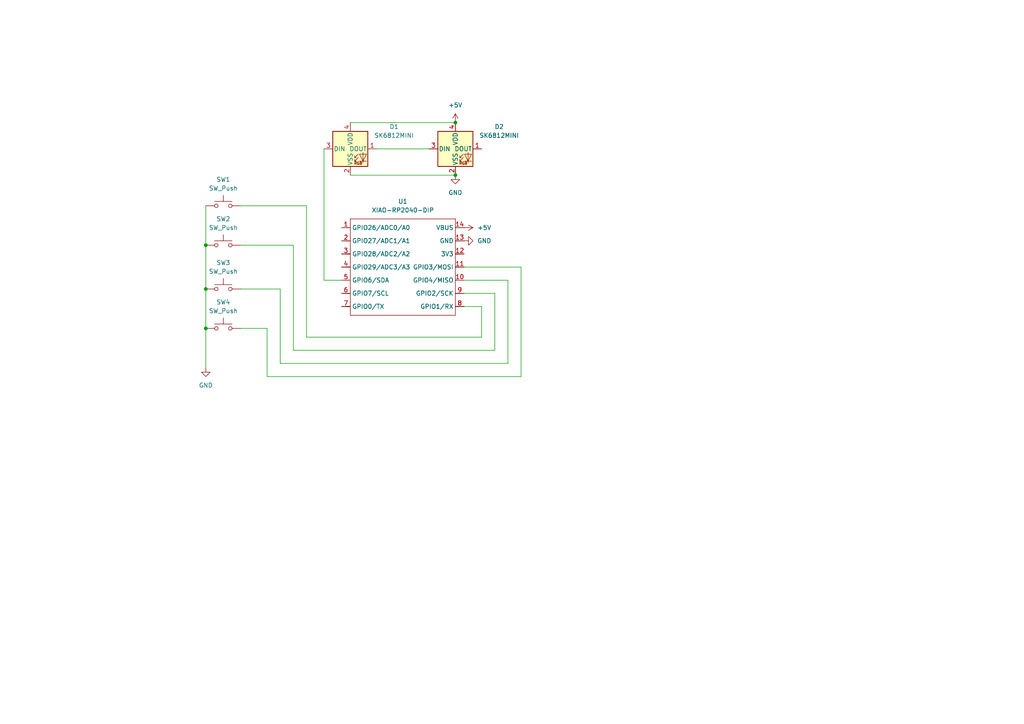
<source format=kicad_sch>
(kicad_sch (version 20250114) (generator "eeschema") (generator_version "9.0")
  (paper "A4")
  (lib_symbols
    (symbol "LED:SK6812MINI" (pin_names (offset 0.254))
      (property "Reference" "D" (at 5.08 5.715 0))
      (property "Value" "SK6812MINI" (at 1.27 -5.715 0))
      (symbol "SK6812MINI_0_0"
        (text "RGB" (at 2.286 -4.191 0) (effects (font (size 0.762 0.762))))
      )
      (symbol "SK6812MINI_0_1"
        (polyline (pts (xy 1.27 -2.54) (xy 1.778 -2.54)))
        (polyline (pts (xy 1.27 -3.556) (xy 1.778 -3.556)))
        (polyline (pts (xy 2.286 -1.524) (xy 1.27 -2.54) (xy 1.27 -2.032)))
        (polyline (pts (xy 2.286 -2.54) (xy 1.27 -3.556) (xy 1.27 -3.048)))
        (polyline (pts (xy 3.683 -1.016) (xy 3.683 -3.556) (xy 3.683 -4.064)))
        (polyline (pts (xy 4.699 -1.524) (xy 2.667 -1.524) (xy 3.683 -3.556) (xy 4.699 -1.524)))
        (polyline (pts (xy 4.699 -3.556) (xy 2.667 -3.556)))
        (rectangle (start 5.08 5.08) (end -5.08 -5.08) (stroke (width 0.254)) (fill (type background)))
      )
      (symbol "SK6812MINI_1_1"
        (pin input line (at -7.62 0 0) (length 2.54) (name "DIN") (number "3"))
        (pin power_in line (at 0 7.62 270) (length 2.54) (name "VDD") (number "4"))
        (pin power_in line (at 0 -7.62 90) (length 2.54) (name "VSS") (number "2"))
        (pin output line (at 7.62 0 180) (length 2.54) (name "DOUT") (number "1"))
      )
    )
    (symbol "OPL Library:XIAO-RP2040-DIP"
      (property "Reference" "U" (at 0 0 0))
      (property "Value" "XIAO-RP2040-DIP" (at 5.334 -1.778 0))
      (symbol "XIAO-RP2040-DIP_1_0"
        (polyline (pts (xy -1.27 -2.54) (xy 29.21 -2.54)) (stroke (width 0.1524)))
        (polyline (pts (xy -1.27 -5.08) (xy -2.54 -5.08)) (stroke (width 0.1524)))
        (polyline (pts (xy -1.27 -5.08) (xy -1.27 -2.54)) (stroke (width 0.1524)))
        (polyline (pts (xy -1.27 -8.89) (xy -2.54 -8.89)) (stroke (width 0.1524)))
        (polyline (pts (xy -1.27 -8.89) (xy -1.27 -5.08)) (stroke (width 0.1524)))
        (polyline (pts (xy -1.27 -12.7) (xy -2.54 -12.7)) (stroke (width 0.1524)))
        (polyline (pts (xy -1.27 -12.7) (xy -1.27 -8.89)) (stroke (width 0.1524)))
        (polyline (pts (xy -1.27 -16.51) (xy -2.54 -16.51)) (stroke (width 0.1524)))
        (polyline (pts (xy -1.27 -16.51) (xy -1.27 -12.7)) (stroke (width 0.1524)))
        (polyline (pts (xy -1.27 -20.32) (xy -2.54 -20.32)) (stroke (width 0.1524)))
        (polyline (pts (xy -1.27 -24.13) (xy -2.54 -24.13)) (stroke (width 0.1524)))
        (polyline (pts (xy -1.27 -27.94) (xy -2.54 -27.94)) (stroke (width 0.1524)))
        (polyline (pts (xy -1.27 -30.48) (xy -1.27 -16.51)) (stroke (width 0.1524)))
        (polyline (pts (xy 29.21 -2.54) (xy 29.21 -5.08)) (stroke (width 0.1524)))
        (polyline (pts (xy 29.21 -5.08) (xy 29.21 -8.89)) (stroke (width 0.1524)))
        (polyline (pts (xy 29.21 -8.89) (xy 29.21 -12.7)) (stroke (width 0.1524)))
        (polyline (pts (xy 29.21 -12.7) (xy 29.21 -30.48)) (stroke (width 0.1524)))
        (polyline (pts (xy 29.21 -30.48) (xy -1.27 -30.48)) (stroke (width 0.1524)))
        (polyline (pts (xy 30.48 -5.08) (xy 29.21 -5.08)) (stroke (width 0.1524)))
        (polyline (pts (xy 30.48 -8.89) (xy 29.21 -8.89)) (stroke (width 0.1524)))
        (polyline (pts (xy 30.48 -12.7) (xy 29.21 -12.7)) (stroke (width 0.1524)))
        (polyline (pts (xy 30.48 -16.51) (xy 29.21 -16.51)) (stroke (width 0.1524)))
        (polyline (pts (xy 30.48 -20.32) (xy 29.21 -20.32)) (stroke (width 0.1524)))
        (polyline (pts (xy 30.48 -24.13) (xy 29.21 -24.13)) (stroke (width 0.1524)))
        (polyline (pts (xy 30.48 -27.94) (xy 29.21 -27.94)) (stroke (width 0.1524)))
        (pin passive line (at -3.81 -5.08 0) (length 2.54) (name "GPIO26/ADC0/A0") (number "1"))
        (pin passive line (at -3.81 -8.89 0) (length 2.54) (name "GPIO27/ADC1/A1") (number "2"))
        (pin passive line (at -3.81 -12.7 0) (length 2.54) (name "GPIO28/ADC2/A2") (number "3"))
        (pin passive line (at -3.81 -16.51 0) (length 2.54) (name "GPIO29/ADC3/A3") (number "4"))
        (pin passive line (at -3.81 -20.32 0) (length 2.54) (name "GPIO6/SDA") (number "5"))
        (pin passive line (at -3.81 -24.13 0) (length 2.54) (name "GPIO7/SCL") (number "6"))
        (pin passive line (at -3.81 -27.94 0) (length 2.54) (name "GPIO0/TX") (number "7"))
        (pin passive line (at 31.75 -5.08 180) (length 2.54) (name "VBUS") (number "14"))
        (pin passive line (at 31.75 -8.89 180) (length 2.54) (name "GND") (number "13"))
        (pin passive line (at 31.75 -12.7 180) (length 2.54) (name "3V3") (number "12"))
        (pin passive line (at 31.75 -16.51 180) (length 2.54) (name "GPIO3/MOSI") (number "11"))
        (pin passive line (at 31.75 -20.32 180) (length 2.54) (name "GPIO4/MISO") (number "10"))
        (pin passive line (at 31.75 -24.13 180) (length 2.54) (name "GPIO2/SCK") (number "9"))
        (pin passive line (at 31.75 -27.94 180) (length 2.54) (name "GPIO1/RX") (number "8"))
      )
    )
    (symbol "Switch:SW_Push" (pin_numbers (hide yes)) (pin_names (offset 1.016) (hide yes))
      (property "Reference" "SW" (at 1.27 2.54 0))
      (property "Value" "SW_Push" (at 0 -1.524 0))
      (symbol "SW_Push_0_1"
        (circle (center -2.032 0) (radius 0.508))
        (polyline (pts (xy 0 1.27) (xy 0 3.048)))
        (circle (center 2.032 0) (radius 0.508))
        (polyline (pts (xy 2.54 1.27) (xy -2.54 1.27)))
        (pin passive line (at -5.08 0 0) (length 2.54) (name "1") (number "1"))
        (pin passive line (at 5.08 0 180) (length 2.54) (name "2") (number "2"))
      )
    )
    (symbol "power:+5V" (power) (pin_numbers (hide yes)) (pin_names (offset 0) (hide yes))
      (property "Value" "+5V" (at 0 3.556 0))
      (symbol "+5V_0_1"
        (polyline (pts (xy -0.762 1.27) (xy 0 2.54)))
        (polyline (pts (xy 0 2.54) (xy 0.762 1.27)))
        (polyline (pts (xy 0 0) (xy 0 2.54)))
      )
      (symbol "+5V_1_1"
        (pin power_in line (at 0 0 90) (length 0) (name "~") (number "1"))
      )
    )
    (symbol "power:GND" (power) (pin_numbers (hide yes)) (pin_names (offset 0) (hide yes))
      (property "Value" "GND" (at 0 -3.81 0))
      (symbol "GND_0_1"
        (polyline (pts (xy 0 0) (xy 0 -1.27) (xy 1.27 -1.27) (xy 0 -2.54) (xy -1.27 -1.27) (xy 0 -1.27)))
      )
      (symbol "GND_1_1"
        (pin power_in line (at 0 0 270) (length 0) (name "~") (number "1"))
      )
    )
  )
  (junction (at 132.08 35.56))
  (junction (at 132.08 50.8))
  (junction (at 59.69 95.25))
  (junction (at 59.69 71.12))
  (junction (at 59.69 83.82))
  (wire (pts (xy 147.32 105.41) (xy 147.32 81.28)))
  (wire (pts (xy 77.47 109.22) (xy 151.13 109.22)))
  (wire (pts (xy 85.09 71.12) (xy 85.09 101.6)))
  (wire (pts (xy 69.85 95.25) (xy 77.47 95.25)))
  (wire (pts (xy 139.7 97.79) (xy 139.7 88.9)))
  (wire (pts (xy 88.9 97.79) (xy 139.7 97.79)))
  (wire (pts (xy 85.09 101.6) (xy 143.51 101.6)))
  (wire (pts (xy 151.13 77.47) (xy 134.62 77.47)))
  (wire (pts (xy 93.98 43.18) (xy 93.98 81.28)))
  (wire (pts (xy 151.13 109.22) (xy 151.13 77.47)))
  (wire (pts (xy 59.69 83.82) (xy 59.69 95.25)))
  (wire (pts (xy 101.6 50.8) (xy 132.08 50.8)))
  (wire (pts (xy 134.62 81.28) (xy 147.32 81.28)))
  (wire (pts (xy 59.69 59.69) (xy 59.69 71.12)))
  (wire (pts (xy 93.98 81.28) (xy 99.06 81.28)))
  (wire (pts (xy 77.47 95.25) (xy 77.47 109.22)))
  (wire (pts (xy 59.69 95.25) (xy 59.69 106.68)))
  (wire (pts (xy 81.28 105.41) (xy 147.32 105.41)))
  (wire (pts (xy 69.85 83.82) (xy 81.28 83.82)))
  (wire (pts (xy 59.69 71.12) (xy 59.69 83.82)))
  (wire (pts (xy 81.28 83.82) (xy 81.28 105.41)))
  (wire (pts (xy 69.85 71.12) (xy 85.09 71.12)))
  (wire (pts (xy 143.51 101.6) (xy 143.51 85.09)))
  (wire (pts (xy 139.7 88.9) (xy 134.62 88.9)))
  (wire (pts (xy 69.85 59.69) (xy 88.9 59.69)))
  (wire (pts (xy 101.6 35.56) (xy 132.08 35.56)))
  (wire (pts (xy 109.22 43.18) (xy 124.46 43.18)))
  (wire (pts (xy 88.9 59.69) (xy 88.9 97.79)))
  (wire (pts (xy 134.62 85.09) (xy 143.51 85.09)))
  (symbol (lib_id "OPL Library:XIAO-RP2040-DIP") (at 102.87 60.96 0) (unit 1)
    (property "Reference" "U1" (at 116.84 58.42 0))
    (property "Value" "XIAO-RP2040-DIP" (at 116.84 60.96 0))
    (property "Footprint" "Module:MOUDLE14P-XIAO-DIP-SMD" (effects (hide yes)))
  )
  (symbol (lib_id "Switch:SW_Push") (at 64.77 95.25 0) (unit 1)
    (property "Reference" "SW4" (at 64.77 87.63 0))
    (property "Value" "SW_Push" (at 64.77 90.17 0))
    (property "Footprint" "Button_Switch_Keyboard:SW_Cherry_MX_1.00u_PCB" (effects (hide yes)))
    (property "Description" "Push button switch, generic, two pins" (effects (hide yes)))
  )
  (symbol (lib_id "power:GND") (at 132.08 50.8 0) (unit 1)
    (property "Reference" "#PWR02" (effects (hide yes)))
    (property "Value" "GND" (at 132.08 55.88 0))
    (property "Description" "Power symbol creates a global label with name \"GND\" , ground" (effects (hide yes)))
  )
  (symbol (lib_id "LED:SK6812MINI") (at 101.6 43.18 0) (unit 1)
    (property "Reference" "D1" (at 114.3 36.7598 0))
    (property "Value" "SK6812MINI" (at 114.3 39.2998 0))
    (property "Footprint" "LED_SMD:LED_SK6812MINI_PLCC4_3.5x3.5mm_P1.75mm" (effects (hide yes)))
    (property "Datasheet" "https://cdn-shop.adafruit.com/product-files/2686/SK6812MINI_REV.01-1-2.pdf" (effects (hide yes)))
    (property "Description" "RGB LED with integrated controller" (effects (hide yes)))
  )
  (symbol (lib_id "Switch:SW_Push") (at 64.77 59.69 0) (unit 1)
    (property "Reference" "SW1" (at 64.77 52.07 0))
    (property "Value" "SW_Push" (at 64.77 54.61 0))
    (property "Footprint" "Button_Switch_Keyboard:SW_Cherry_MX_1.00u_PCB" (effects (hide yes)))
    (property "Description" "Push button switch, generic, two pins" (effects (hide yes)))
  )
  (symbol (lib_id "power:+5V") (at 134.62 66.04 270) (unit 1)
    (property "Reference" "#PWR05" (effects (hide yes)))
    (property "Value" "+5V" (at 138.43 66.0399 90) (effects (justify left)))
    (property "Description" "Power symbol creates a global label with name \"+5V\"" (effects (hide yes)))
  )
  (symbol (lib_id "power:GND") (at 134.62 69.85 90) (unit 1)
    (property "Reference" "#PWR04" (effects (hide yes)))
    (property "Value" "GND" (at 138.43 69.8499 90) (effects (justify right)))
    (property "Description" "Power symbol creates a global label with name \"GND\" , ground" (effects (hide yes)))
  )
  (symbol (lib_id "power:GND") (at 59.69 106.68 0) (unit 1)
    (property "Reference" "#PWR01" (effects (hide yes)))
    (property "Value" "GND" (at 59.69 111.76 0))
    (property "Description" "Power symbol creates a global label with name \"GND\" , ground" (effects (hide yes)))
  )
  (symbol (lib_id "Switch:SW_Push") (at 64.77 83.82 0) (unit 1)
    (property "Reference" "SW3" (at 64.77 76.2 0))
    (property "Value" "SW_Push" (at 64.77 78.74 0))
    (property "Footprint" "Button_Switch_Keyboard:SW_Cherry_MX_1.00u_PCB" (effects (hide yes)))
    (property "Description" "Push button switch, generic, two pins" (effects (hide yes)))
  )
  (symbol (lib_id "LED:SK6812MINI") (at 132.08 43.18 0) (unit 1)
    (property "Reference" "D2" (at 144.78 36.7598 0))
    (property "Value" "SK6812MINI" (at 144.78 39.2998 0))
    (property "Footprint" "LED_SMD:LED_SK6812MINI_PLCC4_3.5x3.5mm_P1.75mm" (effects (hide yes)))
    (property "Datasheet" "https://cdn-shop.adafruit.com/product-files/2686/SK6812MINI_REV.01-1-2.pdf" (effects (hide yes)))
    (property "Description" "RGB LED with integrated controller" (effects (hide yes)))
  )
  (symbol (lib_id "Switch:SW_Push") (at 64.77 71.12 0) (unit 1)
    (property "Reference" "SW2" (at 64.77 63.5 0))
    (property "Value" "SW_Push" (at 64.77 66.04 0))
    (property "Footprint" "Button_Switch_Keyboard:SW_Cherry_MX_1.00u_PCB" (effects (hide yes)))
    (property "Description" "Push button switch, generic, two pins" (effects (hide yes)))
  )
  (symbol (lib_id "power:+5V") (at 132.08 35.56 0) (unit 1)
    (property "Reference" "#PWR03" (effects (hide yes)))
    (property "Value" "+5V" (at 132.08 30.48 0))
    (property "Description" "Power symbol creates a global label with name \"+5V\"" (effects (hide yes)))
  )
)
</source>
